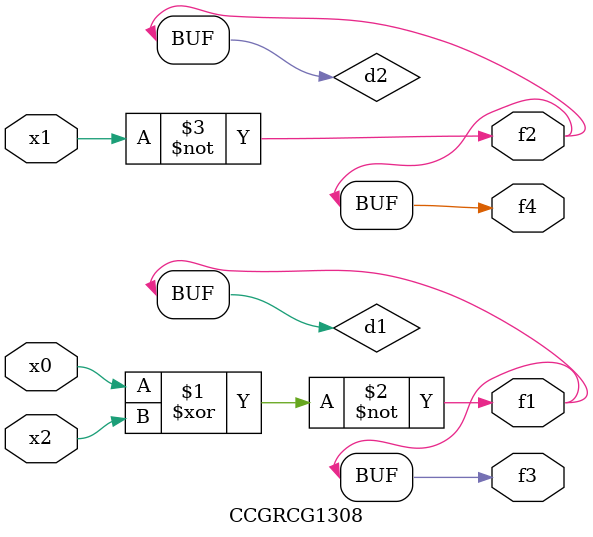
<source format=v>
module CCGRCG1308(
	input x0, x1, x2,
	output f1, f2, f3, f4
);

	wire d1, d2, d3;

	xnor (d1, x0, x2);
	nand (d2, x1);
	nor (d3, x1, x2);
	assign f1 = d1;
	assign f2 = d2;
	assign f3 = d1;
	assign f4 = d2;
endmodule

</source>
